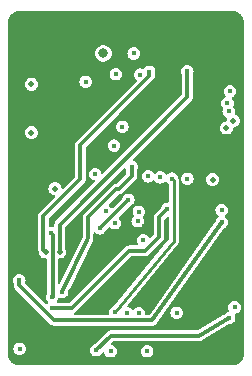
<source format=gbr>
%TF.GenerationSoftware,KiCad,Pcbnew,8.0.0*%
%TF.CreationDate,2024-03-06T14:13:33+03:00*%
%TF.ProjectId,micro17,6d696372-6f31-4372-9e6b-696361645f70,rev?*%
%TF.SameCoordinates,Original*%
%TF.FileFunction,Copper,L3,Inr*%
%TF.FilePolarity,Positive*%
%FSLAX46Y46*%
G04 Gerber Fmt 4.6, Leading zero omitted, Abs format (unit mm)*
G04 Created by KiCad (PCBNEW 8.0.0) date 2024-03-06 14:13:33*
%MOMM*%
%LPD*%
G01*
G04 APERTURE LIST*
%TA.AperFunction,ViaPad*%
%ADD10C,0.500000*%
%TD*%
%TA.AperFunction,ViaPad*%
%ADD11C,0.450000*%
%TD*%
%TA.AperFunction,ViaPad*%
%ADD12C,0.800000*%
%TD*%
%TA.AperFunction,Conductor*%
%ADD13C,0.300000*%
%TD*%
%TA.AperFunction,Conductor*%
%ADD14C,0.250000*%
%TD*%
G04 APERTURE END LIST*
D10*
%TO.N,GND*%
X185000000Y-51000000D03*
X185000000Y-53000000D03*
D11*
X182400000Y-79720108D03*
D10*
X180600000Y-61000000D03*
D11*
X188500000Y-57700000D03*
D10*
X199400000Y-52072500D03*
X181000000Y-51000000D03*
D11*
X192000000Y-57500000D03*
X197300000Y-72000000D03*
D10*
X180600000Y-63000000D03*
D11*
X194000000Y-61500000D03*
D10*
X181000000Y-55000000D03*
D11*
X186500000Y-79300000D03*
D10*
X180750000Y-70000000D03*
D11*
X199700000Y-58800000D03*
X199750000Y-68000000D03*
X192000000Y-59500000D03*
D10*
X199100000Y-79100000D03*
D11*
X191000000Y-71900000D03*
D10*
X185500000Y-55000000D03*
D11*
X182800000Y-65200000D03*
X199500000Y-66300000D03*
X194000000Y-57300000D03*
D10*
X188600000Y-69400000D03*
X181000000Y-74400000D03*
X180600000Y-59000000D03*
D11*
X197800000Y-78400000D03*
D10*
X180700000Y-68500000D03*
D12*
X184900000Y-60700000D03*
D11*
X196200000Y-78800000D03*
X189750000Y-79750000D03*
X189100000Y-64500000D03*
X186100000Y-68400000D03*
X182960000Y-60300000D03*
X187250000Y-79750000D03*
X196000000Y-59500000D03*
X185600000Y-59500000D03*
X196000000Y-61500000D03*
D10*
X198280000Y-53600000D03*
D11*
X190300000Y-55300000D03*
X191507567Y-68206053D03*
D10*
X197800000Y-65900000D03*
D11*
X192000000Y-61500000D03*
D10*
X183960000Y-61000000D03*
D11*
X199500000Y-76250000D03*
X198800000Y-54600000D03*
D10*
X182400000Y-76000000D03*
X183000000Y-73000000D03*
D11*
X199500000Y-65300000D03*
D10*
X181000000Y-53000000D03*
X182400000Y-70400000D03*
X183000000Y-53000000D03*
D11*
X193250000Y-79500000D03*
D10*
X180600000Y-57000000D03*
X197100000Y-72900000D03*
D11*
X194800000Y-65900000D03*
D10*
X183000000Y-51000000D03*
X180600000Y-65000000D03*
X186500000Y-55000000D03*
D11*
X196250000Y-75750000D03*
%TO.N,+3V3*%
X191200000Y-55400000D03*
X198820000Y-56800000D03*
D10*
X182000000Y-56200000D03*
X197350000Y-64290000D03*
D11*
X183650000Y-68800000D03*
D12*
X188100000Y-53600000D03*
D11*
X183750000Y-74250000D03*
%TO.N,VDDA*%
X195200000Y-64200000D03*
X187400000Y-63800000D03*
X191475000Y-69397760D03*
%TO.N,+5V*%
X198100000Y-66850000D03*
X189067678Y-67967678D03*
X194300000Y-75550000D03*
D10*
X182000000Y-60300000D03*
D11*
%TO.N,Net-(U4B-+)*%
X191000000Y-67800000D03*
X188301409Y-66976409D03*
%TO.N,/MCU/~{RST}*%
X190660000Y-53600000D03*
X189700000Y-59800000D03*
%TO.N,Net-(C16-Pad2)*%
X190200000Y-66000000D03*
X187800000Y-68400000D03*
%TO.N,Net-(U5A-P0A)*%
X183740793Y-75177619D03*
X193501316Y-66750000D03*
%TO.N,Net-(U5B-P1A)*%
X180975000Y-72800000D03*
X198100000Y-67900000D03*
%TO.N,Net-(U5C-P2W)*%
X187500000Y-78725002D03*
X198750000Y-76000000D03*
%TO.N,I2C_SDA*%
X191974992Y-55147670D03*
D10*
X183200000Y-70400000D03*
D11*
%TO.N,PTT_OUT*%
X191900000Y-64000000D03*
%TO.N,AUDIO_OUT_MUTE*%
X189079841Y-75520159D03*
X193900000Y-64200000D03*
%TO.N,BASEBAND_IN_FILT*%
X189000000Y-61400000D03*
X191100000Y-67000000D03*
%TO.N,BASEBAND_OUT*%
X190500000Y-63200000D03*
X184600000Y-73800000D03*
%TO.N,I2C_SCL*%
X195200000Y-55100000D03*
D10*
X184400000Y-70400000D03*
D11*
%TO.N,AUDIO_OUT_FILT*%
X181000000Y-78597151D03*
X191800000Y-78800000D03*
%TO.N,BASEBAND_IN*%
X188700000Y-78800000D03*
%TO.N,BASEBAND_OUT_FILT*%
X191099724Y-75575719D03*
%TO.N,AUDIO_IN*%
X199200000Y-75100000D03*
X190101511Y-75575826D03*
%TO.N,PTT_IN*%
X186600000Y-56000000D03*
D10*
%TO.N,MCU_TX*%
X198500000Y-59900000D03*
%TO.N,MCU_RX*%
X199100000Y-59300000D03*
D11*
%TO.N,BASEBAND_BYPASS*%
X192906587Y-64093413D03*
D10*
%TO.N,+5VD*%
X184000000Y-65037501D03*
D11*
%TO.N,Net-(U1-VBAT)*%
X189150000Y-55350000D03*
%TO.N,USB_DP*%
X198600000Y-57800000D03*
%TO.N,USB_DN*%
X198700000Y-58500000D03*
%TD*%
D13*
%TO.N,+3V3*%
X183750000Y-74250000D02*
X183800000Y-74200000D01*
X183800000Y-68950000D02*
X183650000Y-68800000D01*
X183800000Y-74200000D02*
X183800000Y-68950000D01*
%TO.N,Net-(C16-Pad2)*%
X190200000Y-66022182D02*
X190200000Y-66000000D01*
X187822182Y-68400000D02*
X190200000Y-66022182D01*
X187800000Y-68400000D02*
X187822182Y-68400000D01*
%TO.N,Net-(U5A-P0A)*%
X192800000Y-67451316D02*
X193501316Y-66750000D01*
X191650000Y-70300000D02*
X192800000Y-69150000D01*
X190300000Y-70300000D02*
X191650000Y-70300000D01*
X183740793Y-75177619D02*
X185422381Y-75177619D01*
X192800000Y-69150000D02*
X192800000Y-67451316D01*
X185422381Y-75177619D02*
X190300000Y-70300000D01*
%TO.N,Net-(U5B-P1A)*%
X180975000Y-73225000D02*
X183950000Y-76200000D01*
X192250000Y-76200000D02*
X198100000Y-67900000D01*
X180975000Y-72800000D02*
X180975000Y-73225000D01*
X183950000Y-76200000D02*
X192250000Y-76200000D01*
%TO.N,Net-(U5C-P2W)*%
X196200000Y-77500000D02*
X188725002Y-77500000D01*
X198750000Y-76000000D02*
X196200000Y-77500000D01*
X188725002Y-77500000D02*
X187500000Y-78725002D01*
%TO.N,I2C_SDA*%
X186150000Y-64236827D02*
X186150000Y-61350000D01*
X186150000Y-61350000D02*
X191974992Y-55525008D01*
X183000000Y-70200000D02*
X183000000Y-67386827D01*
X183000000Y-67386827D02*
X186150000Y-64236827D01*
X183200000Y-70400000D02*
X183000000Y-70200000D01*
X191974992Y-55525008D02*
X191974992Y-55147670D01*
D14*
%TO.N,AUDIO_OUT_MUTE*%
X194051316Y-64351316D02*
X194051316Y-69500000D01*
X194051316Y-69500000D02*
X189079841Y-75520159D01*
X193900000Y-64200000D02*
X194051316Y-64351316D01*
D13*
%TO.N,BASEBAND_OUT*%
X189425000Y-65075000D02*
X190500000Y-64000000D01*
X186800000Y-69250000D02*
X186800000Y-67477818D01*
X189202818Y-65075000D02*
X189425000Y-65075000D01*
X184600000Y-73800000D02*
X186800000Y-69250000D01*
X190500000Y-64000000D02*
X190500000Y-63200000D01*
X186800000Y-67477818D02*
X189202818Y-65075000D01*
%TO.N,I2C_SCL*%
X184400000Y-70400000D02*
X184400000Y-68100000D01*
X195200000Y-57300000D02*
X195200000Y-55100000D01*
X184400000Y-68100000D02*
X195200000Y-57300000D01*
%TD*%
%TA.AperFunction,Conductor*%
%TO.N,GND*%
G36*
X193566301Y-67428633D02*
G01*
X193613936Y-67476268D01*
X193625816Y-67525753D01*
X193625816Y-69307830D01*
X193604999Y-69371899D01*
X193600862Y-69377236D01*
X188972305Y-74982142D01*
X188929972Y-75013439D01*
X188814821Y-75061136D01*
X188705055Y-75145363D01*
X188705045Y-75145373D01*
X188620817Y-75255140D01*
X188567867Y-75382973D01*
X188567865Y-75382980D01*
X188549806Y-75520156D01*
X188549806Y-75520161D01*
X188563776Y-75626272D01*
X188551500Y-75692510D01*
X188502635Y-75738882D01*
X188455709Y-75749500D01*
X185739646Y-75749500D01*
X185675577Y-75728683D01*
X185635981Y-75674183D01*
X185635981Y-75606817D01*
X185675577Y-75552317D01*
X185685139Y-75546107D01*
X185698995Y-75538108D01*
X190454678Y-70782425D01*
X190514702Y-70751842D01*
X190531753Y-70750500D01*
X191709308Y-70750500D01*
X191709309Y-70750500D01*
X191799673Y-70726286D01*
X191823887Y-70719799D01*
X191926614Y-70660489D01*
X193160490Y-69426614D01*
X193219799Y-69323886D01*
X193226508Y-69298847D01*
X193250500Y-69209309D01*
X193250500Y-67683069D01*
X193271317Y-67619000D01*
X193282425Y-67605994D01*
X193439741Y-67448678D01*
X193499765Y-67418095D01*
X193566301Y-67428633D01*
G37*
%TD.AperFunction*%
%TA.AperFunction,Conductor*%
G36*
X189944140Y-63299476D02*
G01*
X189991775Y-63347111D01*
X189995358Y-63354884D01*
X190041203Y-63465566D01*
X190049500Y-63507278D01*
X190049500Y-63768246D01*
X190028683Y-63832315D01*
X190017575Y-63845321D01*
X189270322Y-64592575D01*
X189210298Y-64623158D01*
X189193247Y-64624500D01*
X189143509Y-64624500D01*
X189053144Y-64648713D01*
X189028931Y-64655200D01*
X188926206Y-64714508D01*
X186439510Y-67201205D01*
X186380202Y-67303927D01*
X186374573Y-67324937D01*
X186349500Y-67418507D01*
X186349500Y-69121833D01*
X186338631Y-69169281D01*
X184457631Y-73059530D01*
X184411000Y-73108148D01*
X184344698Y-73120072D01*
X184284050Y-73090748D01*
X184252221Y-73031376D01*
X184250500Y-73012082D01*
X184250500Y-71059858D01*
X184271317Y-70995789D01*
X184325817Y-70956193D01*
X184373727Y-70951791D01*
X184391855Y-70954177D01*
X184399999Y-70955250D01*
X184400000Y-70955250D01*
X184400003Y-70955250D01*
X184543704Y-70936331D01*
X184543706Y-70936330D01*
X184543709Y-70936330D01*
X184677625Y-70880861D01*
X184792621Y-70792621D01*
X184880861Y-70677625D01*
X184936330Y-70543709D01*
X184938178Y-70529677D01*
X184955250Y-70400002D01*
X184955250Y-70399997D01*
X184936331Y-70256295D01*
X184936329Y-70256288D01*
X184920083Y-70217067D01*
X184880861Y-70122375D01*
X184873023Y-70112160D01*
X184850537Y-70048657D01*
X184850500Y-70045807D01*
X184850500Y-68331752D01*
X184871317Y-68267683D01*
X184882419Y-68254683D01*
X189817582Y-63319519D01*
X189877604Y-63288938D01*
X189944140Y-63299476D01*
G37*
%TD.AperFunction*%
%TA.AperFunction,Conductor*%
G36*
X198975829Y-50000002D02*
G01*
X198976531Y-50000006D01*
X198999418Y-50000146D01*
X199000525Y-50000159D01*
X199024479Y-50000599D01*
X199024500Y-50000600D01*
X199046812Y-50001147D01*
X199051434Y-50001359D01*
X199093355Y-50004191D01*
X199102646Y-50005222D01*
X199144141Y-50011636D01*
X199148714Y-50012444D01*
X199192022Y-50021059D01*
X199197191Y-50022219D01*
X199284397Y-50044063D01*
X199294633Y-50047168D01*
X199376725Y-50076542D01*
X199386585Y-50080626D01*
X199465425Y-50117914D01*
X199474850Y-50122953D01*
X199549641Y-50167781D01*
X199558535Y-50173723D01*
X199628569Y-50225663D01*
X199636825Y-50232439D01*
X199701453Y-50291014D01*
X199708985Y-50298546D01*
X199767558Y-50363171D01*
X199774336Y-50371430D01*
X199826276Y-50441463D01*
X199832217Y-50450355D01*
X199877050Y-50525154D01*
X199882086Y-50534575D01*
X199919370Y-50613407D01*
X199923463Y-50623289D01*
X199952830Y-50705365D01*
X199955936Y-50715602D01*
X199977777Y-50802798D01*
X199978949Y-50808017D01*
X199987549Y-50851252D01*
X199988363Y-50855863D01*
X199994776Y-50897343D01*
X199995808Y-50906648D01*
X199998639Y-50948543D01*
X199998854Y-50953226D01*
X199999388Y-50975054D01*
X199999403Y-50975715D01*
X199999838Y-50999361D01*
X199999854Y-51000697D01*
X199999998Y-51024166D01*
X200000000Y-51024835D01*
X200000000Y-78975164D01*
X199999998Y-78975833D01*
X199999854Y-78999302D01*
X199999838Y-79000638D01*
X199999403Y-79024284D01*
X199999388Y-79024945D01*
X199998854Y-79046773D01*
X199998639Y-79051456D01*
X199995808Y-79093351D01*
X199994776Y-79102656D01*
X199988363Y-79144136D01*
X199987549Y-79148747D01*
X199978949Y-79191982D01*
X199977777Y-79197201D01*
X199955936Y-79284397D01*
X199952830Y-79294634D01*
X199923463Y-79376710D01*
X199919370Y-79386593D01*
X199882089Y-79465417D01*
X199877046Y-79474850D01*
X199832218Y-79549641D01*
X199826276Y-79558535D01*
X199774336Y-79628569D01*
X199767550Y-79636838D01*
X199709001Y-79701437D01*
X199701442Y-79708995D01*
X199636838Y-79767550D01*
X199628569Y-79774336D01*
X199558535Y-79826276D01*
X199549641Y-79832218D01*
X199474850Y-79877046D01*
X199465417Y-79882089D01*
X199386593Y-79919370D01*
X199376710Y-79923463D01*
X199294634Y-79952830D01*
X199284397Y-79955936D01*
X199197201Y-79977777D01*
X199191982Y-79978949D01*
X199148747Y-79987549D01*
X199144136Y-79988363D01*
X199102656Y-79994776D01*
X199093351Y-79995808D01*
X199051456Y-79998639D01*
X199046773Y-79998854D01*
X199024945Y-79999388D01*
X199024284Y-79999403D01*
X199000638Y-79999838D01*
X198999302Y-79999854D01*
X198976596Y-79999993D01*
X198975831Y-79999998D01*
X198975165Y-80000000D01*
X181024835Y-80000000D01*
X181024168Y-79999998D01*
X181023385Y-79999993D01*
X181000697Y-79999854D01*
X180999361Y-79999838D01*
X180975715Y-79999403D01*
X180975054Y-79999388D01*
X180953226Y-79998854D01*
X180948543Y-79998639D01*
X180906648Y-79995808D01*
X180897343Y-79994776D01*
X180855863Y-79988363D01*
X180851252Y-79987549D01*
X180840735Y-79985457D01*
X180808007Y-79978946D01*
X180802798Y-79977777D01*
X180715602Y-79955936D01*
X180705365Y-79952830D01*
X180623289Y-79923463D01*
X180613411Y-79919372D01*
X180534582Y-79882089D01*
X180525149Y-79877047D01*
X180450361Y-79832221D01*
X180441468Y-79826278D01*
X180371431Y-79774336D01*
X180363171Y-79767558D01*
X180298546Y-79708985D01*
X180291014Y-79701453D01*
X180232439Y-79636825D01*
X180225663Y-79628569D01*
X180173723Y-79558535D01*
X180167781Y-79549641D01*
X180122953Y-79474850D01*
X180117914Y-79465425D01*
X180080626Y-79386585D01*
X180076541Y-79376721D01*
X180047168Y-79294630D01*
X180044062Y-79284393D01*
X180037707Y-79259023D01*
X180022219Y-79197191D01*
X180021059Y-79192022D01*
X180012444Y-79148714D01*
X180011636Y-79144136D01*
X180009016Y-79127186D01*
X180005222Y-79102646D01*
X180004191Y-79093355D01*
X180001359Y-79051434D01*
X180001147Y-79046812D01*
X180000600Y-79024487D01*
X180000159Y-79000525D01*
X180000146Y-78999418D01*
X180000002Y-78975828D01*
X180000000Y-78975164D01*
X180000000Y-78597153D01*
X180469965Y-78597153D01*
X180488024Y-78734329D01*
X180488026Y-78734336D01*
X180540974Y-78862165D01*
X180540976Y-78862169D01*
X180598538Y-78937185D01*
X180625209Y-78971942D01*
X180734982Y-79056175D01*
X180798899Y-79082650D01*
X180862814Y-79109124D01*
X180862821Y-79109126D01*
X180999997Y-79127186D01*
X181000000Y-79127186D01*
X181000003Y-79127186D01*
X181137178Y-79109126D01*
X181137180Y-79109125D01*
X181137183Y-79109125D01*
X181265018Y-79056175D01*
X181374791Y-78971942D01*
X181459024Y-78862169D01*
X181511974Y-78734334D01*
X181513203Y-78725004D01*
X186969965Y-78725004D01*
X186988024Y-78862180D01*
X186988026Y-78862187D01*
X187040974Y-78990016D01*
X187040976Y-78990020D01*
X187120265Y-79093351D01*
X187125209Y-79099793D01*
X187125213Y-79099796D01*
X187125214Y-79099797D01*
X187137372Y-79109126D01*
X187234982Y-79184026D01*
X187266766Y-79197191D01*
X187362814Y-79236975D01*
X187362821Y-79236977D01*
X187499997Y-79255037D01*
X187500000Y-79255037D01*
X187500003Y-79255037D01*
X187637178Y-79236977D01*
X187637180Y-79236976D01*
X187637183Y-79236976D01*
X187765018Y-79184026D01*
X187874791Y-79099793D01*
X187959024Y-78990020D01*
X187983791Y-78930225D01*
X188027539Y-78879001D01*
X188093043Y-78863274D01*
X188155281Y-78889052D01*
X188182295Y-78931824D01*
X188185292Y-78930583D01*
X188240974Y-79065014D01*
X188240976Y-79065018D01*
X188267655Y-79099787D01*
X188325209Y-79174791D01*
X188325213Y-79174794D01*
X188325214Y-79174795D01*
X188354401Y-79197191D01*
X188434982Y-79259024D01*
X188496229Y-79284393D01*
X188562814Y-79311973D01*
X188562821Y-79311975D01*
X188699997Y-79330035D01*
X188700000Y-79330035D01*
X188700003Y-79330035D01*
X188837178Y-79311975D01*
X188837180Y-79311974D01*
X188837183Y-79311974D01*
X188965018Y-79259024D01*
X189074791Y-79174791D01*
X189159024Y-79065018D01*
X189211974Y-78937183D01*
X189230035Y-78800002D01*
X191269965Y-78800002D01*
X191288024Y-78937178D01*
X191288026Y-78937185D01*
X191340974Y-79065014D01*
X191340976Y-79065018D01*
X191367655Y-79099787D01*
X191425209Y-79174791D01*
X191425213Y-79174794D01*
X191425214Y-79174795D01*
X191454401Y-79197191D01*
X191534982Y-79259024D01*
X191596229Y-79284393D01*
X191662814Y-79311973D01*
X191662821Y-79311975D01*
X191799997Y-79330035D01*
X191800000Y-79330035D01*
X191800003Y-79330035D01*
X191937178Y-79311975D01*
X191937180Y-79311974D01*
X191937183Y-79311974D01*
X192065018Y-79259024D01*
X192174791Y-79174791D01*
X192259024Y-79065018D01*
X192311974Y-78937183D01*
X192330035Y-78800000D01*
X192321389Y-78734329D01*
X192311975Y-78662821D01*
X192311973Y-78662814D01*
X192259023Y-78534981D01*
X192174795Y-78425214D01*
X192174794Y-78425213D01*
X192174791Y-78425209D01*
X192174786Y-78425205D01*
X192174785Y-78425204D01*
X192065018Y-78340976D01*
X192065014Y-78340974D01*
X191937185Y-78288026D01*
X191937178Y-78288024D01*
X191800003Y-78269965D01*
X191799997Y-78269965D01*
X191662821Y-78288024D01*
X191662814Y-78288026D01*
X191534981Y-78340976D01*
X191425214Y-78425204D01*
X191425204Y-78425214D01*
X191340976Y-78534981D01*
X191288026Y-78662814D01*
X191288024Y-78662821D01*
X191269965Y-78799997D01*
X191269965Y-78800002D01*
X189230035Y-78800002D01*
X189230035Y-78800000D01*
X189221389Y-78734329D01*
X189211975Y-78662821D01*
X189211973Y-78662814D01*
X189159023Y-78534981D01*
X189074795Y-78425214D01*
X189074794Y-78425213D01*
X189074791Y-78425209D01*
X189074786Y-78425205D01*
X189074785Y-78425204D01*
X188965018Y-78340976D01*
X188965014Y-78340974D01*
X188837185Y-78288026D01*
X188837177Y-78288024D01*
X188823827Y-78286267D01*
X188763023Y-78257266D01*
X188730879Y-78198064D01*
X188739672Y-78131274D01*
X188760980Y-78101125D01*
X188879681Y-77982425D01*
X188939704Y-77951842D01*
X188956755Y-77950500D01*
X196133878Y-77950500D01*
X196141799Y-77950986D01*
X196144350Y-77950965D01*
X196144353Y-77950966D01*
X196201258Y-77950503D01*
X196202143Y-77950500D01*
X196259412Y-77950500D01*
X196260748Y-77950313D01*
X196261633Y-77950193D01*
X196262874Y-77950029D01*
X196262968Y-77950003D01*
X196318073Y-77934755D01*
X196318541Y-77934627D01*
X196373886Y-77919799D01*
X196373892Y-77919795D01*
X196373987Y-77919770D01*
X196375144Y-77919281D01*
X196375948Y-77918944D01*
X196377199Y-77918425D01*
X196377286Y-77918373D01*
X196377292Y-77918372D01*
X196426722Y-77889294D01*
X196427101Y-77889074D01*
X196476613Y-77860489D01*
X196476612Y-77860489D01*
X196478827Y-77859211D01*
X196485408Y-77854773D01*
X198714768Y-76543385D01*
X198755798Y-76529271D01*
X198887183Y-76511974D01*
X199015018Y-76459024D01*
X199124791Y-76374791D01*
X199209024Y-76265018D01*
X199261974Y-76137183D01*
X199280035Y-76000000D01*
X199270134Y-75924795D01*
X199261975Y-75862821D01*
X199261974Y-75862817D01*
X199242175Y-75815018D01*
X199221693Y-75765570D01*
X199216409Y-75698416D01*
X199251607Y-75640977D01*
X199308167Y-75615794D01*
X199337183Y-75611974D01*
X199465018Y-75559024D01*
X199574791Y-75474791D01*
X199659024Y-75365018D01*
X199711974Y-75237183D01*
X199716733Y-75201040D01*
X199730035Y-75100002D01*
X199730035Y-75099997D01*
X199711975Y-74962821D01*
X199711973Y-74962814D01*
X199661933Y-74842007D01*
X199659024Y-74834983D01*
X199659023Y-74834982D01*
X199659023Y-74834981D01*
X199574795Y-74725214D01*
X199574794Y-74725213D01*
X199574791Y-74725209D01*
X199574786Y-74725205D01*
X199574785Y-74725204D01*
X199465018Y-74640976D01*
X199465014Y-74640974D01*
X199337185Y-74588026D01*
X199337178Y-74588024D01*
X199200003Y-74569965D01*
X199199997Y-74569965D01*
X199062821Y-74588024D01*
X199062814Y-74588026D01*
X198934981Y-74640976D01*
X198825214Y-74725204D01*
X198825204Y-74725214D01*
X198740976Y-74834981D01*
X198688026Y-74962814D01*
X198688024Y-74962821D01*
X198669965Y-75099997D01*
X198669965Y-75100002D01*
X198688024Y-75237178D01*
X198688026Y-75237185D01*
X198728304Y-75334426D01*
X198733589Y-75401585D01*
X198698390Y-75459023D01*
X198641831Y-75484205D01*
X198612821Y-75488025D01*
X198612814Y-75488026D01*
X198484981Y-75540976D01*
X198375214Y-75625204D01*
X198375204Y-75625214D01*
X198286627Y-75740650D01*
X198284590Y-75739086D01*
X198255397Y-75768280D01*
X196102907Y-77034451D01*
X196047642Y-77049500D01*
X188665689Y-77049500D01*
X188551119Y-77080199D01*
X188551116Y-77080201D01*
X188507698Y-77105268D01*
X188507696Y-77105268D01*
X188448389Y-77139510D01*
X187398723Y-78189174D01*
X187363361Y-78212802D01*
X187234980Y-78265979D01*
X187125214Y-78350206D01*
X187125204Y-78350216D01*
X187040976Y-78459983D01*
X186988026Y-78587816D01*
X186988024Y-78587823D01*
X186969965Y-78724999D01*
X186969965Y-78725004D01*
X181513203Y-78725004D01*
X181530035Y-78597153D01*
X181530035Y-78597148D01*
X181511975Y-78459972D01*
X181511973Y-78459965D01*
X181466512Y-78350211D01*
X181459024Y-78332134D01*
X181459023Y-78332133D01*
X181459023Y-78332132D01*
X181374795Y-78222365D01*
X181374794Y-78222364D01*
X181374791Y-78222360D01*
X181374786Y-78222356D01*
X181374785Y-78222355D01*
X181265018Y-78138127D01*
X181265014Y-78138125D01*
X181137185Y-78085177D01*
X181137178Y-78085175D01*
X181000003Y-78067116D01*
X180999997Y-78067116D01*
X180862821Y-78085175D01*
X180862814Y-78085177D01*
X180734981Y-78138127D01*
X180625214Y-78222355D01*
X180625204Y-78222365D01*
X180540976Y-78332132D01*
X180488026Y-78459965D01*
X180488024Y-78459972D01*
X180469965Y-78597148D01*
X180469965Y-78597153D01*
X180000000Y-78597153D01*
X180000000Y-72800002D01*
X180444965Y-72800002D01*
X180463024Y-72937178D01*
X180463026Y-72937185D01*
X180516203Y-73065566D01*
X180524500Y-73107278D01*
X180524500Y-73284310D01*
X180539684Y-73340975D01*
X180539684Y-73340976D01*
X180555201Y-73398887D01*
X180555200Y-73398887D01*
X180606563Y-73487848D01*
X180614511Y-73501614D01*
X183673386Y-76560489D01*
X183732696Y-76594731D01*
X183754405Y-76607265D01*
X183776113Y-76619799D01*
X183890687Y-76650499D01*
X183890691Y-76650500D01*
X192224719Y-76650500D01*
X192234555Y-76650945D01*
X192268417Y-76654013D01*
X192268417Y-76654012D01*
X192268418Y-76654013D01*
X192275539Y-76652779D01*
X192279479Y-76652098D01*
X192298075Y-76650500D01*
X192309308Y-76650500D01*
X192309309Y-76650500D01*
X192342190Y-76641688D01*
X192351771Y-76639580D01*
X192385298Y-76633776D01*
X192395490Y-76629061D01*
X192413030Y-76622707D01*
X192423886Y-76619799D01*
X192453366Y-76602776D01*
X192462062Y-76598267D01*
X192492958Y-76583978D01*
X192501583Y-76576784D01*
X192516888Y-76566102D01*
X192526613Y-76560489D01*
X192550671Y-76536430D01*
X192557917Y-76529810D01*
X192584060Y-76508012D01*
X192590529Y-76498832D01*
X192602549Y-76484552D01*
X192610489Y-76476613D01*
X192627509Y-76447131D01*
X192632787Y-76438876D01*
X193259282Y-75550002D01*
X193769965Y-75550002D01*
X193788024Y-75687178D01*
X193788026Y-75687185D01*
X193840974Y-75815014D01*
X193840976Y-75815018D01*
X193925209Y-75924791D01*
X194034982Y-76009024D01*
X194098899Y-76035499D01*
X194162814Y-76061973D01*
X194162821Y-76061975D01*
X194299997Y-76080035D01*
X194300000Y-76080035D01*
X194300003Y-76080035D01*
X194437178Y-76061975D01*
X194437180Y-76061974D01*
X194437183Y-76061974D01*
X194565018Y-76009024D01*
X194674791Y-75924791D01*
X194759024Y-75815018D01*
X194811974Y-75687183D01*
X194818058Y-75640977D01*
X194830035Y-75550002D01*
X194830035Y-75549997D01*
X194811975Y-75412821D01*
X194811973Y-75412814D01*
X194759023Y-75284981D01*
X194674795Y-75175214D01*
X194674794Y-75175213D01*
X194674791Y-75175209D01*
X194674786Y-75175205D01*
X194674785Y-75175204D01*
X194565018Y-75090976D01*
X194565014Y-75090974D01*
X194437185Y-75038026D01*
X194437178Y-75038024D01*
X194300003Y-75019965D01*
X194299997Y-75019965D01*
X194162821Y-75038024D01*
X194162814Y-75038026D01*
X194034981Y-75090976D01*
X193925214Y-75175204D01*
X193925204Y-75175214D01*
X193840976Y-75284981D01*
X193788026Y-75412814D01*
X193788024Y-75412821D01*
X193769965Y-75549997D01*
X193769965Y-75550002D01*
X193259282Y-75550002D01*
X198294007Y-68406717D01*
X198341391Y-68368810D01*
X198365016Y-68359025D01*
X198365016Y-68359024D01*
X198365018Y-68359024D01*
X198474791Y-68274791D01*
X198559024Y-68165018D01*
X198611974Y-68037183D01*
X198613551Y-68025209D01*
X198630035Y-67900002D01*
X198630035Y-67899997D01*
X198611975Y-67762821D01*
X198611973Y-67762814D01*
X198559023Y-67634981D01*
X198474795Y-67525214D01*
X198474794Y-67525213D01*
X198474791Y-67525209D01*
X198474786Y-67525205D01*
X198474785Y-67525204D01*
X198391732Y-67461475D01*
X198353576Y-67405957D01*
X198355339Y-67338615D01*
X198391732Y-67288525D01*
X198474791Y-67224791D01*
X198559024Y-67115018D01*
X198611974Y-66987183D01*
X198630035Y-66850000D01*
X198622330Y-66791474D01*
X198611975Y-66712821D01*
X198611973Y-66712814D01*
X198565914Y-66601618D01*
X198559024Y-66584983D01*
X198559023Y-66584982D01*
X198559023Y-66584981D01*
X198474795Y-66475214D01*
X198474794Y-66475213D01*
X198474791Y-66475209D01*
X198474786Y-66475205D01*
X198474785Y-66475204D01*
X198365018Y-66390976D01*
X198365014Y-66390974D01*
X198237185Y-66338026D01*
X198237178Y-66338024D01*
X198100003Y-66319965D01*
X198099997Y-66319965D01*
X197962821Y-66338024D01*
X197962814Y-66338026D01*
X197834981Y-66390976D01*
X197725214Y-66475204D01*
X197725204Y-66475214D01*
X197640976Y-66584981D01*
X197588026Y-66712814D01*
X197588024Y-66712821D01*
X197569965Y-66849997D01*
X197569965Y-66850002D01*
X197588024Y-66987178D01*
X197588026Y-66987185D01*
X197640974Y-67115014D01*
X197640976Y-67115018D01*
X197716116Y-67212942D01*
X197725209Y-67224791D01*
X197808267Y-67288525D01*
X197846423Y-67344041D01*
X197844660Y-67411384D01*
X197808268Y-67461474D01*
X197725211Y-67525207D01*
X197725204Y-67525214D01*
X197640976Y-67634981D01*
X197588026Y-67762814D01*
X197588024Y-67762821D01*
X197578319Y-67836534D01*
X197559346Y-67885100D01*
X192048934Y-75703295D01*
X191995009Y-75743671D01*
X191959840Y-75749500D01*
X191731171Y-75749500D01*
X191667102Y-75728683D01*
X191627506Y-75674183D01*
X191623103Y-75626273D01*
X191623103Y-75626272D01*
X191629759Y-75575719D01*
X191616471Y-75474791D01*
X191611699Y-75438540D01*
X191611697Y-75438533D01*
X191558747Y-75310700D01*
X191474519Y-75200933D01*
X191474518Y-75200932D01*
X191474515Y-75200928D01*
X191474510Y-75200924D01*
X191474509Y-75200923D01*
X191364742Y-75116695D01*
X191364738Y-75116693D01*
X191236909Y-75063745D01*
X191236902Y-75063743D01*
X191099727Y-75045684D01*
X191099721Y-75045684D01*
X190962545Y-75063743D01*
X190962538Y-75063745D01*
X190834705Y-75116695D01*
X190724938Y-75200923D01*
X190724931Y-75200930D01*
X190687051Y-75250296D01*
X190631532Y-75288452D01*
X190564190Y-75286687D01*
X190514101Y-75250295D01*
X190476306Y-75201040D01*
X190476305Y-75201039D01*
X190476302Y-75201035D01*
X190476297Y-75201031D01*
X190476296Y-75201030D01*
X190366529Y-75116802D01*
X190366525Y-75116800D01*
X190238696Y-75063852D01*
X190238691Y-75063851D01*
X190226220Y-75062209D01*
X190165418Y-75033205D01*
X190133276Y-74974001D01*
X190142072Y-74907212D01*
X190156401Y-74884742D01*
X194363217Y-69790540D01*
X194370159Y-69782903D01*
X194391801Y-69761263D01*
X194397482Y-69751420D01*
X194407839Y-69736507D01*
X194408994Y-69735107D01*
X194415076Y-69727744D01*
X194427783Y-69699925D01*
X194432530Y-69690717D01*
X194447819Y-69664237D01*
X194450762Y-69653250D01*
X194456898Y-69636184D01*
X194461626Y-69625836D01*
X194466703Y-69595650D01*
X194468899Y-69585560D01*
X194476816Y-69556018D01*
X194476816Y-69544648D01*
X194478327Y-69526561D01*
X194480213Y-69515351D01*
X194477309Y-69484916D01*
X194476816Y-69474562D01*
X194476816Y-64375257D01*
X194497633Y-64311188D01*
X194527097Y-64289781D01*
X194514448Y-64288116D01*
X194499775Y-64274192D01*
X194623078Y-64274192D01*
X194673999Y-64311188D01*
X194686519Y-64333545D01*
X194740974Y-64465014D01*
X194740976Y-64465018D01*
X194808056Y-64552438D01*
X194825209Y-64574791D01*
X194934982Y-64659024D01*
X194973031Y-64674784D01*
X195062814Y-64711973D01*
X195062821Y-64711975D01*
X195199997Y-64730035D01*
X195200000Y-64730035D01*
X195200003Y-64730035D01*
X195337178Y-64711975D01*
X195337180Y-64711974D01*
X195337183Y-64711974D01*
X195465018Y-64659024D01*
X195574791Y-64574791D01*
X195659024Y-64465018D01*
X195711974Y-64337183D01*
X195715397Y-64311188D01*
X195718186Y-64290002D01*
X196794750Y-64290002D01*
X196813668Y-64433704D01*
X196813670Y-64433711D01*
X196869139Y-64567626D01*
X196939272Y-64659024D01*
X196957379Y-64682621D01*
X196957383Y-64682624D01*
X196957384Y-64682625D01*
X197072373Y-64770860D01*
X197206288Y-64826329D01*
X197206295Y-64826331D01*
X197349997Y-64845250D01*
X197350000Y-64845250D01*
X197350003Y-64845250D01*
X197493704Y-64826331D01*
X197493706Y-64826330D01*
X197493709Y-64826330D01*
X197627625Y-64770861D01*
X197742621Y-64682621D01*
X197830861Y-64567625D01*
X197886330Y-64433709D01*
X197889358Y-64410714D01*
X197905250Y-64290002D01*
X197905250Y-64289997D01*
X197886331Y-64146295D01*
X197886329Y-64146288D01*
X197830860Y-64012373D01*
X197742625Y-63897384D01*
X197742624Y-63897383D01*
X197742621Y-63897379D01*
X197742616Y-63897375D01*
X197742615Y-63897374D01*
X197627626Y-63809139D01*
X197493711Y-63753670D01*
X197493704Y-63753668D01*
X197350003Y-63734750D01*
X197349997Y-63734750D01*
X197206295Y-63753668D01*
X197206288Y-63753670D01*
X197072373Y-63809139D01*
X196957384Y-63897374D01*
X196957374Y-63897384D01*
X196869139Y-64012373D01*
X196813670Y-64146288D01*
X196813668Y-64146295D01*
X196794750Y-64289997D01*
X196794750Y-64290002D01*
X195718186Y-64290002D01*
X195730035Y-64200002D01*
X195730035Y-64199997D01*
X195711975Y-64062821D01*
X195711973Y-64062814D01*
X195678155Y-63981170D01*
X195659024Y-63934983D01*
X195659023Y-63934982D01*
X195659023Y-63934981D01*
X195574795Y-63825214D01*
X195574794Y-63825213D01*
X195574791Y-63825209D01*
X195574786Y-63825205D01*
X195574785Y-63825204D01*
X195465018Y-63740976D01*
X195465014Y-63740974D01*
X195337185Y-63688026D01*
X195337178Y-63688024D01*
X195200003Y-63669965D01*
X195199997Y-63669965D01*
X195062821Y-63688024D01*
X195062814Y-63688026D01*
X194934981Y-63740976D01*
X194825214Y-63825204D01*
X194825204Y-63825214D01*
X194740976Y-63934981D01*
X194688026Y-64062814D01*
X194688024Y-64062822D01*
X194669442Y-64203963D01*
X194640440Y-64264766D01*
X194623078Y-64274192D01*
X194499775Y-64274192D01*
X194465583Y-64241744D01*
X194456091Y-64217952D01*
X194447819Y-64187079D01*
X194433417Y-64162134D01*
X194419748Y-64121868D01*
X194411974Y-64062817D01*
X194410521Y-64059310D01*
X194378155Y-63981170D01*
X194359024Y-63934983D01*
X194359023Y-63934982D01*
X194359023Y-63934981D01*
X194274795Y-63825214D01*
X194274794Y-63825213D01*
X194274791Y-63825209D01*
X194274786Y-63825205D01*
X194274785Y-63825204D01*
X194165018Y-63740976D01*
X194165014Y-63740974D01*
X194037185Y-63688026D01*
X194037178Y-63688024D01*
X193900003Y-63669965D01*
X193899997Y-63669965D01*
X193762821Y-63688024D01*
X193762814Y-63688026D01*
X193634981Y-63740976D01*
X193525207Y-63825209D01*
X193521402Y-63829015D01*
X193461377Y-63859595D01*
X193394842Y-63849053D01*
X193357857Y-63818291D01*
X193350834Y-63809139D01*
X193281378Y-63718622D01*
X193281373Y-63718618D01*
X193281372Y-63718617D01*
X193171605Y-63634389D01*
X193171601Y-63634387D01*
X193043772Y-63581439D01*
X193043765Y-63581437D01*
X192906590Y-63563378D01*
X192906584Y-63563378D01*
X192769408Y-63581437D01*
X192769401Y-63581439D01*
X192641568Y-63634389D01*
X192531801Y-63718617D01*
X192531791Y-63718627D01*
X192525606Y-63726688D01*
X192470087Y-63764843D01*
X192402744Y-63763077D01*
X192352658Y-63726686D01*
X192281835Y-63634389D01*
X192274791Y-63625209D01*
X192274786Y-63625205D01*
X192274785Y-63625204D01*
X192165018Y-63540976D01*
X192165014Y-63540974D01*
X192037185Y-63488026D01*
X192037178Y-63488024D01*
X191900003Y-63469965D01*
X191899997Y-63469965D01*
X191762821Y-63488024D01*
X191762814Y-63488026D01*
X191634981Y-63540976D01*
X191525214Y-63625204D01*
X191525204Y-63625214D01*
X191440976Y-63734981D01*
X191388026Y-63862814D01*
X191388024Y-63862821D01*
X191369965Y-63999997D01*
X191369965Y-64000002D01*
X191388024Y-64137178D01*
X191388026Y-64137185D01*
X191440974Y-64265014D01*
X191440976Y-64265018D01*
X191517110Y-64364237D01*
X191525209Y-64374791D01*
X191634982Y-64459024D01*
X191691058Y-64482251D01*
X191762814Y-64511973D01*
X191762821Y-64511975D01*
X191899997Y-64530035D01*
X191900000Y-64530035D01*
X191900003Y-64530035D01*
X192037178Y-64511975D01*
X192037180Y-64511974D01*
X192037183Y-64511974D01*
X192165018Y-64459024D01*
X192274791Y-64374791D01*
X192280979Y-64366727D01*
X192336497Y-64328571D01*
X192403839Y-64330334D01*
X192453929Y-64366727D01*
X192528881Y-64464406D01*
X192531796Y-64468204D01*
X192641569Y-64552437D01*
X192678237Y-64567625D01*
X192769401Y-64605386D01*
X192769408Y-64605388D01*
X192906584Y-64623448D01*
X192906587Y-64623448D01*
X192906590Y-64623448D01*
X193043765Y-64605388D01*
X193043767Y-64605387D01*
X193043770Y-64605387D01*
X193171605Y-64552437D01*
X193281378Y-64468204D01*
X193281384Y-64468195D01*
X193285175Y-64464406D01*
X193345197Y-64433819D01*
X193411733Y-64444353D01*
X193448727Y-64475119D01*
X193525209Y-64574791D01*
X193583172Y-64619268D01*
X193621327Y-64674784D01*
X193625816Y-64705742D01*
X193625816Y-66112065D01*
X193604999Y-66176134D01*
X193550499Y-66215730D01*
X193508460Y-66219593D01*
X193508460Y-66219965D01*
X193504418Y-66219965D01*
X193502591Y-66220132D01*
X193501316Y-66219965D01*
X193501314Y-66219965D01*
X193501313Y-66219965D01*
X193364137Y-66238024D01*
X193364130Y-66238026D01*
X193236297Y-66290976D01*
X193126530Y-66375204D01*
X193126520Y-66375214D01*
X193042292Y-66484981D01*
X192989117Y-66613359D01*
X192965489Y-66648721D01*
X192439513Y-67174699D01*
X192439511Y-67174702D01*
X192380201Y-67277426D01*
X192380202Y-67277426D01*
X192380201Y-67277427D01*
X192380201Y-67277429D01*
X192380201Y-67277430D01*
X192377228Y-67288525D01*
X192349500Y-67392005D01*
X192349500Y-68918246D01*
X192328683Y-68982315D01*
X192317574Y-68995321D01*
X192121463Y-69191431D01*
X192061440Y-69222014D01*
X191994904Y-69211476D01*
X191947269Y-69163841D01*
X191943686Y-69156069D01*
X191939847Y-69146802D01*
X191934024Y-69132743D01*
X191925652Y-69121833D01*
X191849795Y-69022974D01*
X191849794Y-69022973D01*
X191849791Y-69022969D01*
X191849786Y-69022965D01*
X191849785Y-69022964D01*
X191740018Y-68938736D01*
X191740014Y-68938734D01*
X191612185Y-68885786D01*
X191612178Y-68885784D01*
X191475003Y-68867725D01*
X191474997Y-68867725D01*
X191337821Y-68885784D01*
X191337814Y-68885786D01*
X191209981Y-68938736D01*
X191100214Y-69022964D01*
X191100204Y-69022974D01*
X191015976Y-69132741D01*
X190963026Y-69260574D01*
X190963024Y-69260581D01*
X190944965Y-69397757D01*
X190944965Y-69397762D01*
X190963024Y-69534938D01*
X190963026Y-69534945D01*
X191015974Y-69662774D01*
X191015974Y-69662775D01*
X191015975Y-69662777D01*
X191015976Y-69662778D01*
X191024699Y-69674145D01*
X191047187Y-69737644D01*
X191028055Y-69802236D01*
X190974611Y-69843247D01*
X190938224Y-69849500D01*
X190240691Y-69849500D01*
X190150326Y-69873713D01*
X190126114Y-69880200D01*
X190126112Y-69880201D01*
X190023387Y-69939510D01*
X185267703Y-74695194D01*
X185207679Y-74725777D01*
X185190628Y-74727119D01*
X184267302Y-74727119D01*
X184203233Y-74706302D01*
X184163637Y-74651802D01*
X184163637Y-74584436D01*
X184180824Y-74551767D01*
X184209024Y-74515018D01*
X184261974Y-74387183D01*
X184263207Y-74377812D01*
X184292206Y-74317009D01*
X184351407Y-74284863D01*
X184412987Y-74291334D01*
X184462814Y-74311973D01*
X184462821Y-74311975D01*
X184599997Y-74330035D01*
X184600000Y-74330035D01*
X184600003Y-74330035D01*
X184737178Y-74311975D01*
X184737180Y-74311974D01*
X184737183Y-74311974D01*
X184865018Y-74259024D01*
X184974791Y-74174791D01*
X185059024Y-74065018D01*
X185111974Y-73937183D01*
X185115723Y-73908713D01*
X185130035Y-73800002D01*
X185130035Y-73799998D01*
X185127948Y-73784148D01*
X185137884Y-73722471D01*
X185322343Y-73340976D01*
X187196676Y-69464514D01*
X187200379Y-69457519D01*
X187219799Y-69423886D01*
X187221452Y-69417715D01*
X187228607Y-69398474D01*
X187231396Y-69392709D01*
X187238676Y-69354556D01*
X187240451Y-69346807D01*
X187250500Y-69309309D01*
X187250500Y-69302912D01*
X187252432Y-69282479D01*
X187253632Y-69276192D01*
X187252486Y-69260577D01*
X187250792Y-69237480D01*
X187250500Y-69229504D01*
X187250500Y-68861761D01*
X187271317Y-68797692D01*
X187325817Y-68758096D01*
X187393183Y-68758096D01*
X187425849Y-68775282D01*
X187534982Y-68859024D01*
X187598899Y-68885499D01*
X187662814Y-68911973D01*
X187662821Y-68911975D01*
X187799997Y-68930035D01*
X187800000Y-68930035D01*
X187800003Y-68930035D01*
X187937178Y-68911975D01*
X187937180Y-68911974D01*
X187937183Y-68911974D01*
X188065018Y-68859024D01*
X188174791Y-68774791D01*
X188259024Y-68665018D01*
X188296516Y-68574500D01*
X188320138Y-68539145D01*
X188528556Y-68330727D01*
X188588578Y-68300146D01*
X188655114Y-68310684D01*
X188687569Y-68337677D01*
X188687832Y-68337415D01*
X188690696Y-68340278D01*
X188692106Y-68341452D01*
X188692887Y-68342469D01*
X188802660Y-68426702D01*
X188866577Y-68453177D01*
X188930492Y-68479651D01*
X188930499Y-68479653D01*
X189067675Y-68497713D01*
X189067678Y-68497713D01*
X189067681Y-68497713D01*
X189204856Y-68479653D01*
X189204858Y-68479652D01*
X189204861Y-68479652D01*
X189332696Y-68426702D01*
X189442469Y-68342469D01*
X189526702Y-68232696D01*
X189579652Y-68104861D01*
X189587244Y-68047201D01*
X189597713Y-67967680D01*
X189597713Y-67967675D01*
X189579653Y-67830499D01*
X189579651Y-67830492D01*
X189567022Y-67800002D01*
X190469965Y-67800002D01*
X190488024Y-67937178D01*
X190488026Y-67937185D01*
X190540974Y-68065014D01*
X190540976Y-68065018D01*
X190623020Y-68171939D01*
X190625209Y-68174791D01*
X190734982Y-68259024D01*
X190773033Y-68274785D01*
X190862814Y-68311973D01*
X190862821Y-68311975D01*
X190999997Y-68330035D01*
X191000000Y-68330035D01*
X191000003Y-68330035D01*
X191137178Y-68311975D01*
X191137180Y-68311974D01*
X191137183Y-68311974D01*
X191265018Y-68259024D01*
X191374791Y-68174791D01*
X191459024Y-68065018D01*
X191511974Y-67937183D01*
X191513432Y-67926113D01*
X191530035Y-67800002D01*
X191530035Y-67799997D01*
X191511975Y-67662821D01*
X191511973Y-67662814D01*
X191459023Y-67534981D01*
X191453856Y-67528247D01*
X191431367Y-67464746D01*
X191450499Y-67400154D01*
X191469758Y-67379861D01*
X191469739Y-67379842D01*
X191470481Y-67379099D01*
X191473980Y-67375413D01*
X191474791Y-67374791D01*
X191559024Y-67265018D01*
X191611974Y-67137183D01*
X191630035Y-67000000D01*
X191611974Y-66862817D01*
X191559024Y-66734983D01*
X191559023Y-66734982D01*
X191559023Y-66734981D01*
X191474795Y-66625214D01*
X191474794Y-66625213D01*
X191474791Y-66625209D01*
X191474786Y-66625205D01*
X191474785Y-66625204D01*
X191365018Y-66540976D01*
X191365014Y-66540974D01*
X191237185Y-66488026D01*
X191237178Y-66488024D01*
X191100003Y-66469965D01*
X191099997Y-66469965D01*
X190962821Y-66488024D01*
X190962814Y-66488026D01*
X190834981Y-66540976D01*
X190725214Y-66625204D01*
X190725204Y-66625214D01*
X190640976Y-66734981D01*
X190588026Y-66862814D01*
X190588024Y-66862821D01*
X190569965Y-66999997D01*
X190569965Y-67000002D01*
X190588024Y-67137178D01*
X190588026Y-67137185D01*
X190640976Y-67265019D01*
X190646144Y-67271754D01*
X190668631Y-67335256D01*
X190649497Y-67399847D01*
X190630242Y-67420139D01*
X190630261Y-67420158D01*
X190629557Y-67420861D01*
X190626033Y-67424576D01*
X190625215Y-67425203D01*
X190625204Y-67425214D01*
X190540976Y-67534981D01*
X190488026Y-67662814D01*
X190488024Y-67662821D01*
X190469965Y-67799997D01*
X190469965Y-67800002D01*
X189567022Y-67800002D01*
X189526701Y-67702659D01*
X189442471Y-67592889D01*
X189442469Y-67592888D01*
X189442469Y-67592887D01*
X189441452Y-67592107D01*
X189440931Y-67591348D01*
X189437415Y-67587832D01*
X189438066Y-67587180D01*
X189403295Y-67536593D01*
X189405054Y-67469250D01*
X189430727Y-67428556D01*
X190339145Y-66520138D01*
X190374500Y-66496516D01*
X190465018Y-66459024D01*
X190574791Y-66374791D01*
X190659024Y-66265018D01*
X190711974Y-66137183D01*
X190730035Y-66000000D01*
X190730035Y-65999997D01*
X190711975Y-65862821D01*
X190711973Y-65862814D01*
X190659023Y-65734981D01*
X190574795Y-65625214D01*
X190574794Y-65625213D01*
X190574791Y-65625209D01*
X190574786Y-65625205D01*
X190574785Y-65625204D01*
X190465018Y-65540976D01*
X190465014Y-65540974D01*
X190337185Y-65488026D01*
X190337178Y-65488024D01*
X190200003Y-65469965D01*
X190199997Y-65469965D01*
X190062821Y-65488024D01*
X190062814Y-65488026D01*
X189934981Y-65540976D01*
X189825214Y-65625204D01*
X189825204Y-65625214D01*
X189740976Y-65734981D01*
X189688026Y-65862814D01*
X189688025Y-65862819D01*
X189687664Y-65865564D01*
X189686810Y-65867352D01*
X189686177Y-65869718D01*
X189685738Y-65869600D01*
X189658658Y-65926366D01*
X189656672Y-65928405D01*
X188897491Y-66687586D01*
X188837467Y-66718169D01*
X188770931Y-66707631D01*
X188733941Y-66676867D01*
X188724469Y-66664523D01*
X188676200Y-66601618D01*
X188569469Y-66519719D01*
X188531313Y-66464201D01*
X188533077Y-66396858D01*
X188558751Y-66356169D01*
X189357498Y-65557425D01*
X189417521Y-65526842D01*
X189434572Y-65525500D01*
X189484308Y-65525500D01*
X189484309Y-65525500D01*
X189574673Y-65501286D01*
X189598887Y-65494799D01*
X189701614Y-65435489D01*
X190860490Y-64276614D01*
X190919799Y-64173886D01*
X190923044Y-64161774D01*
X190950500Y-64059309D01*
X190950500Y-63507278D01*
X190958797Y-63465566D01*
X191011973Y-63337185D01*
X191011975Y-63337178D01*
X191030035Y-63200002D01*
X191030035Y-63199997D01*
X191011975Y-63062821D01*
X191011973Y-63062814D01*
X190959023Y-62934981D01*
X190874795Y-62825214D01*
X190874794Y-62825213D01*
X190874791Y-62825209D01*
X190874786Y-62825205D01*
X190874785Y-62825204D01*
X190765018Y-62740976D01*
X190765014Y-62740974D01*
X190654884Y-62695358D01*
X190603659Y-62651608D01*
X190587932Y-62586104D01*
X190613711Y-62523866D01*
X190619508Y-62517593D01*
X193237100Y-59900002D01*
X197944750Y-59900002D01*
X197963668Y-60043704D01*
X197963670Y-60043711D01*
X198019139Y-60177626D01*
X198107374Y-60292615D01*
X198107379Y-60292621D01*
X198107383Y-60292624D01*
X198107384Y-60292625D01*
X198222373Y-60380860D01*
X198356288Y-60436329D01*
X198356295Y-60436331D01*
X198499997Y-60455250D01*
X198500000Y-60455250D01*
X198500003Y-60455250D01*
X198643704Y-60436331D01*
X198643706Y-60436330D01*
X198643709Y-60436330D01*
X198777625Y-60380861D01*
X198892621Y-60292621D01*
X198980861Y-60177625D01*
X199036330Y-60043709D01*
X199049539Y-59943376D01*
X199078540Y-59882576D01*
X199137742Y-59850431D01*
X199143343Y-59849543D01*
X199243709Y-59836330D01*
X199377625Y-59780861D01*
X199492621Y-59692621D01*
X199580861Y-59577625D01*
X199636330Y-59443709D01*
X199638767Y-59425204D01*
X199655250Y-59300002D01*
X199655250Y-59299997D01*
X199636331Y-59156295D01*
X199636329Y-59156288D01*
X199580860Y-59022373D01*
X199492625Y-58907384D01*
X199492624Y-58907383D01*
X199492621Y-58907379D01*
X199492616Y-58907375D01*
X199492615Y-58907374D01*
X199377627Y-58819140D01*
X199272604Y-58775638D01*
X199221379Y-58731887D01*
X199205653Y-58666383D01*
X199210955Y-58644305D01*
X199210125Y-58644083D01*
X199211975Y-58637178D01*
X199230035Y-58500002D01*
X199230035Y-58499997D01*
X199211975Y-58362821D01*
X199211973Y-58362814D01*
X199159024Y-58234983D01*
X199135796Y-58204712D01*
X199086669Y-58140689D01*
X199064182Y-58077189D01*
X199072442Y-58032623D01*
X199111973Y-57937185D01*
X199111975Y-57937178D01*
X199130035Y-57800002D01*
X199130035Y-57799997D01*
X199111975Y-57662821D01*
X199111973Y-57662814D01*
X199059023Y-57534981D01*
X198991088Y-57446447D01*
X198968600Y-57382946D01*
X198987733Y-57318354D01*
X199035852Y-57279389D01*
X199054118Y-57271823D01*
X199085018Y-57259024D01*
X199194791Y-57174791D01*
X199279024Y-57065018D01*
X199331974Y-56937183D01*
X199350035Y-56800000D01*
X199350035Y-56799997D01*
X199331975Y-56662821D01*
X199331973Y-56662814D01*
X199279023Y-56534981D01*
X199194795Y-56425214D01*
X199194794Y-56425213D01*
X199194791Y-56425209D01*
X199194786Y-56425205D01*
X199194785Y-56425204D01*
X199085018Y-56340976D01*
X199085014Y-56340974D01*
X198957185Y-56288026D01*
X198957178Y-56288024D01*
X198820003Y-56269965D01*
X198819997Y-56269965D01*
X198682821Y-56288024D01*
X198682814Y-56288026D01*
X198554981Y-56340976D01*
X198445214Y-56425204D01*
X198445204Y-56425214D01*
X198360976Y-56534981D01*
X198308026Y-56662814D01*
X198308024Y-56662821D01*
X198289965Y-56799997D01*
X198289965Y-56800002D01*
X198308024Y-56937178D01*
X198308026Y-56937185D01*
X198360974Y-57065014D01*
X198360976Y-57065018D01*
X198428911Y-57153552D01*
X198451399Y-57217054D01*
X198432266Y-57281645D01*
X198384150Y-57320609D01*
X198334982Y-57340975D01*
X198225214Y-57425204D01*
X198225204Y-57425214D01*
X198140976Y-57534981D01*
X198088026Y-57662814D01*
X198088024Y-57662821D01*
X198069965Y-57799997D01*
X198069965Y-57800002D01*
X198088024Y-57937178D01*
X198088026Y-57937185D01*
X198140974Y-58065014D01*
X198140976Y-58065018D01*
X198213330Y-58159311D01*
X198235818Y-58222811D01*
X198227558Y-58267377D01*
X198188026Y-58362814D01*
X198188024Y-58362821D01*
X198169965Y-58499997D01*
X198169965Y-58500002D01*
X198188024Y-58637178D01*
X198188026Y-58637185D01*
X198240974Y-58765014D01*
X198240976Y-58765018D01*
X198325209Y-58874791D01*
X198434982Y-58959024D01*
X198477939Y-58976817D01*
X198513865Y-58991698D01*
X198565090Y-59035448D01*
X198580817Y-59100952D01*
X198572856Y-59134113D01*
X198563670Y-59156288D01*
X198563668Y-59156296D01*
X198550460Y-59256621D01*
X198521458Y-59317424D01*
X198462256Y-59349568D01*
X198456621Y-59350460D01*
X198356296Y-59363668D01*
X198356288Y-59363670D01*
X198222373Y-59419139D01*
X198107384Y-59507374D01*
X198107374Y-59507384D01*
X198019139Y-59622373D01*
X197963670Y-59756288D01*
X197963668Y-59756295D01*
X197944750Y-59899997D01*
X197944750Y-59900002D01*
X193237100Y-59900002D01*
X195560489Y-57576614D01*
X195619798Y-57473887D01*
X195619799Y-57473886D01*
X195650500Y-57359309D01*
X195650500Y-55407278D01*
X195658797Y-55365566D01*
X195692231Y-55284848D01*
X195711974Y-55237183D01*
X195715182Y-55212821D01*
X195730035Y-55100002D01*
X195730035Y-55099997D01*
X195711975Y-54962821D01*
X195711973Y-54962814D01*
X195678769Y-54882653D01*
X195659024Y-54834983D01*
X195659023Y-54834982D01*
X195659023Y-54834981D01*
X195574795Y-54725214D01*
X195574794Y-54725213D01*
X195574791Y-54725209D01*
X195574786Y-54725205D01*
X195574785Y-54725204D01*
X195465018Y-54640976D01*
X195465014Y-54640974D01*
X195337185Y-54588026D01*
X195337178Y-54588024D01*
X195200003Y-54569965D01*
X195199997Y-54569965D01*
X195062821Y-54588024D01*
X195062814Y-54588026D01*
X194934981Y-54640976D01*
X194825214Y-54725204D01*
X194825204Y-54725214D01*
X194740976Y-54834981D01*
X194688026Y-54962814D01*
X194688024Y-54962821D01*
X194669965Y-55099997D01*
X194669965Y-55100002D01*
X194688024Y-55237178D01*
X194688026Y-55237185D01*
X194741203Y-55365566D01*
X194749500Y-55407278D01*
X194749500Y-57068246D01*
X194728683Y-57132315D01*
X194717575Y-57145321D01*
X188101783Y-63761112D01*
X188041759Y-63791695D01*
X187975223Y-63781157D01*
X187927588Y-63733522D01*
X187916641Y-63698268D01*
X187911974Y-63662817D01*
X187896398Y-63625214D01*
X187861506Y-63540976D01*
X187859024Y-63534983D01*
X187859023Y-63534982D01*
X187859023Y-63534981D01*
X187774795Y-63425214D01*
X187774794Y-63425213D01*
X187774791Y-63425209D01*
X187774786Y-63425205D01*
X187774785Y-63425204D01*
X187665018Y-63340976D01*
X187665014Y-63340974D01*
X187537185Y-63288026D01*
X187537178Y-63288024D01*
X187400003Y-63269965D01*
X187399997Y-63269965D01*
X187262821Y-63288024D01*
X187262814Y-63288026D01*
X187134981Y-63340976D01*
X187025214Y-63425204D01*
X187025204Y-63425214D01*
X186940976Y-63534981D01*
X186888026Y-63662814D01*
X186888024Y-63662821D01*
X186869965Y-63799997D01*
X186869965Y-63800002D01*
X186888024Y-63937178D01*
X186888026Y-63937185D01*
X186940974Y-64065014D01*
X186940976Y-64065018D01*
X187024514Y-64173886D01*
X187025209Y-64174791D01*
X187025213Y-64174794D01*
X187025214Y-64174795D01*
X187058064Y-64200002D01*
X187134982Y-64259024D01*
X187177449Y-64276614D01*
X187262814Y-64311973D01*
X187262817Y-64311974D01*
X187298266Y-64316641D01*
X187359067Y-64345642D01*
X187391212Y-64404844D01*
X187382419Y-64471633D01*
X187361112Y-64501783D01*
X184039510Y-67823387D01*
X183980202Y-67926110D01*
X183980201Y-67926113D01*
X183978322Y-67933126D01*
X183949500Y-68040687D01*
X183949500Y-68192129D01*
X183928683Y-68256198D01*
X183874183Y-68295794D01*
X183806817Y-68295794D01*
X183798791Y-68292833D01*
X183787188Y-68288027D01*
X183787178Y-68288024D01*
X183650003Y-68269965D01*
X183649996Y-68269965D01*
X183573727Y-68280006D01*
X183507490Y-68267730D01*
X183461118Y-68218865D01*
X183450500Y-68171939D01*
X183450500Y-67618580D01*
X183471317Y-67554511D01*
X183482425Y-67541505D01*
X184911865Y-66112065D01*
X186510490Y-64513441D01*
X186569799Y-64410714D01*
X186582252Y-64364237D01*
X186600500Y-64296136D01*
X186600500Y-61581753D01*
X186621317Y-61517684D01*
X186632425Y-61504678D01*
X186737101Y-61400002D01*
X188469965Y-61400002D01*
X188488024Y-61537178D01*
X188488026Y-61537185D01*
X188540974Y-61665014D01*
X188540976Y-61665018D01*
X188625209Y-61774791D01*
X188734982Y-61859024D01*
X188798899Y-61885499D01*
X188862814Y-61911973D01*
X188862821Y-61911975D01*
X188999997Y-61930035D01*
X189000000Y-61930035D01*
X189000003Y-61930035D01*
X189137178Y-61911975D01*
X189137180Y-61911974D01*
X189137183Y-61911974D01*
X189265018Y-61859024D01*
X189374791Y-61774791D01*
X189459024Y-61665018D01*
X189511974Y-61537183D01*
X189512051Y-61536603D01*
X189530035Y-61400002D01*
X189530035Y-61399997D01*
X189511975Y-61262821D01*
X189511973Y-61262814D01*
X189459023Y-61134981D01*
X189374795Y-61025214D01*
X189374794Y-61025213D01*
X189374791Y-61025209D01*
X189374786Y-61025205D01*
X189374785Y-61025204D01*
X189265018Y-60940976D01*
X189265014Y-60940974D01*
X189137185Y-60888026D01*
X189137178Y-60888024D01*
X189000003Y-60869965D01*
X188999997Y-60869965D01*
X188862821Y-60888024D01*
X188862814Y-60888026D01*
X188734981Y-60940976D01*
X188625214Y-61025204D01*
X188625204Y-61025214D01*
X188540976Y-61134981D01*
X188488026Y-61262814D01*
X188488024Y-61262821D01*
X188469965Y-61399997D01*
X188469965Y-61400002D01*
X186737101Y-61400002D01*
X188337101Y-59800002D01*
X189169965Y-59800002D01*
X189188024Y-59937178D01*
X189188026Y-59937185D01*
X189240974Y-60065014D01*
X189240976Y-60065018D01*
X189325209Y-60174791D01*
X189325213Y-60174794D01*
X189325214Y-60174795D01*
X189370484Y-60209532D01*
X189434982Y-60259024D01*
X189498899Y-60285499D01*
X189562814Y-60311973D01*
X189562821Y-60311975D01*
X189699997Y-60330035D01*
X189700000Y-60330035D01*
X189700003Y-60330035D01*
X189837178Y-60311975D01*
X189837180Y-60311974D01*
X189837183Y-60311974D01*
X189965018Y-60259024D01*
X190074791Y-60174791D01*
X190159024Y-60065018D01*
X190211974Y-59937183D01*
X190215898Y-59907384D01*
X190230035Y-59800002D01*
X190230035Y-59799997D01*
X190211975Y-59662821D01*
X190211973Y-59662814D01*
X190159023Y-59534981D01*
X190074795Y-59425214D01*
X190074794Y-59425213D01*
X190074791Y-59425209D01*
X190074786Y-59425205D01*
X190074785Y-59425204D01*
X189965018Y-59340976D01*
X189965014Y-59340974D01*
X189837185Y-59288026D01*
X189837178Y-59288024D01*
X189700003Y-59269965D01*
X189699997Y-59269965D01*
X189562821Y-59288024D01*
X189562814Y-59288026D01*
X189434981Y-59340976D01*
X189325214Y-59425204D01*
X189325204Y-59425214D01*
X189240976Y-59534981D01*
X189188026Y-59662814D01*
X189188024Y-59662821D01*
X189169965Y-59799997D01*
X189169965Y-59800002D01*
X188337101Y-59800002D01*
X189405216Y-58731887D01*
X192335482Y-55801622D01*
X192394791Y-55698895D01*
X192409299Y-55644750D01*
X192425492Y-55584317D01*
X192425492Y-55454948D01*
X192433789Y-55413236D01*
X192486965Y-55284855D01*
X192486967Y-55284848D01*
X192505027Y-55147672D01*
X192505027Y-55147667D01*
X192486967Y-55010491D01*
X192486965Y-55010484D01*
X192437463Y-54890976D01*
X192434016Y-54882653D01*
X192434015Y-54882652D01*
X192434015Y-54882651D01*
X192349787Y-54772884D01*
X192349786Y-54772883D01*
X192349783Y-54772879D01*
X192349778Y-54772875D01*
X192349777Y-54772874D01*
X192240010Y-54688646D01*
X192240006Y-54688644D01*
X192112177Y-54635696D01*
X192112170Y-54635694D01*
X191974995Y-54617635D01*
X191974989Y-54617635D01*
X191837813Y-54635694D01*
X191837806Y-54635696D01*
X191709973Y-54688646D01*
X191600206Y-54772874D01*
X191600199Y-54772881D01*
X191520635Y-54876570D01*
X191465117Y-54914726D01*
X191397774Y-54912962D01*
X191392448Y-54910917D01*
X191337185Y-54888026D01*
X191337178Y-54888024D01*
X191200003Y-54869965D01*
X191199997Y-54869965D01*
X191062821Y-54888024D01*
X191062814Y-54888026D01*
X190934981Y-54940976D01*
X190825214Y-55025204D01*
X190825204Y-55025214D01*
X190740976Y-55134981D01*
X190688026Y-55262814D01*
X190688024Y-55262821D01*
X190669965Y-55399997D01*
X190669965Y-55400002D01*
X190688024Y-55537178D01*
X190688026Y-55537185D01*
X190740974Y-55665014D01*
X190740976Y-55665018D01*
X190825209Y-55774791D01*
X190860175Y-55801622D01*
X190875355Y-55813270D01*
X190913511Y-55868789D01*
X190911746Y-55936131D01*
X190886074Y-55976820D01*
X185789510Y-61073387D01*
X185730201Y-61176110D01*
X185730202Y-61176110D01*
X185730201Y-61176115D01*
X185699500Y-61290689D01*
X185699500Y-64005072D01*
X185678683Y-64069141D01*
X185667575Y-64082147D01*
X184729803Y-65019918D01*
X184669779Y-65050501D01*
X184603243Y-65039963D01*
X184555608Y-64992328D01*
X184544661Y-64957074D01*
X184536330Y-64893792D01*
X184480861Y-64759876D01*
X184480860Y-64759875D01*
X184480860Y-64759874D01*
X184392625Y-64644885D01*
X184392624Y-64644884D01*
X184392621Y-64644880D01*
X184392616Y-64644876D01*
X184392615Y-64644875D01*
X184277626Y-64556640D01*
X184143711Y-64501171D01*
X184143704Y-64501169D01*
X184000003Y-64482251D01*
X183999997Y-64482251D01*
X183856295Y-64501169D01*
X183856288Y-64501171D01*
X183722373Y-64556640D01*
X183607384Y-64644875D01*
X183607374Y-64644885D01*
X183519139Y-64759874D01*
X183463670Y-64893789D01*
X183463668Y-64893796D01*
X183444750Y-65037498D01*
X183444750Y-65037503D01*
X183463668Y-65181205D01*
X183463670Y-65181212D01*
X183519139Y-65315127D01*
X183607374Y-65430116D01*
X183607379Y-65430122D01*
X183607383Y-65430125D01*
X183607384Y-65430126D01*
X183722373Y-65518361D01*
X183856288Y-65573830D01*
X183856291Y-65573831D01*
X183919572Y-65582162D01*
X183980373Y-65611163D01*
X184012518Y-65670365D01*
X184003725Y-65737154D01*
X183982418Y-65767304D01*
X182639510Y-67110214D01*
X182580201Y-67212937D01*
X182580202Y-67212937D01*
X182580201Y-67212938D01*
X182580201Y-67212940D01*
X182580201Y-67212941D01*
X182577026Y-67224791D01*
X182549500Y-67327516D01*
X182549500Y-67327518D01*
X182549500Y-70259309D01*
X182571306Y-70340691D01*
X182580201Y-70373887D01*
X182639511Y-70476614D01*
X182639514Y-70476617D01*
X182640232Y-70477553D01*
X182640684Y-70478646D01*
X182643083Y-70482800D01*
X182642536Y-70483115D01*
X182661822Y-70529677D01*
X182663668Y-70543704D01*
X182663670Y-70543711D01*
X182719139Y-70677626D01*
X182799555Y-70782425D01*
X182807379Y-70792621D01*
X182807383Y-70792624D01*
X182807384Y-70792625D01*
X182922373Y-70880860D01*
X183056288Y-70936329D01*
X183056295Y-70936331D01*
X183199997Y-70955250D01*
X183200000Y-70955250D01*
X183200001Y-70955250D01*
X183208144Y-70954177D01*
X183226271Y-70951791D01*
X183292509Y-70964066D01*
X183338881Y-71012931D01*
X183349500Y-71059858D01*
X183349500Y-73871711D01*
X183328683Y-73935780D01*
X183326976Y-73938065D01*
X183290976Y-73984981D01*
X183238026Y-74112814D01*
X183238024Y-74112821D01*
X183219965Y-74249997D01*
X183219965Y-74250002D01*
X183238024Y-74387178D01*
X183238026Y-74387185D01*
X183290974Y-74515014D01*
X183290976Y-74515018D01*
X183375209Y-74624791D01*
X183375213Y-74624794D01*
X183380261Y-74629842D01*
X183378964Y-74631138D01*
X183412078Y-74679329D01*
X183410309Y-74746671D01*
X183373922Y-74796750D01*
X183366007Y-74802823D01*
X183365991Y-74802839D01*
X183365209Y-74803859D01*
X183364451Y-74804379D01*
X183360951Y-74807880D01*
X183360301Y-74807230D01*
X183309685Y-74842007D01*
X183242343Y-74840233D01*
X183201669Y-74814566D01*
X181490823Y-73103720D01*
X181460240Y-73043696D01*
X181467194Y-72984934D01*
X181486974Y-72937183D01*
X181505035Y-72800000D01*
X181486974Y-72662817D01*
X181434024Y-72534983D01*
X181434023Y-72534982D01*
X181434023Y-72534981D01*
X181349795Y-72425214D01*
X181349794Y-72425213D01*
X181349791Y-72425209D01*
X181349786Y-72425205D01*
X181349785Y-72425204D01*
X181240018Y-72340976D01*
X181240014Y-72340974D01*
X181112185Y-72288026D01*
X181112178Y-72288024D01*
X180975003Y-72269965D01*
X180974997Y-72269965D01*
X180837821Y-72288024D01*
X180837814Y-72288026D01*
X180709981Y-72340976D01*
X180600214Y-72425204D01*
X180600204Y-72425214D01*
X180515976Y-72534981D01*
X180463026Y-72662814D01*
X180463024Y-72662821D01*
X180444965Y-72799997D01*
X180444965Y-72800002D01*
X180000000Y-72800002D01*
X180000000Y-60300002D01*
X181444750Y-60300002D01*
X181463668Y-60443704D01*
X181463670Y-60443711D01*
X181519139Y-60577626D01*
X181607374Y-60692615D01*
X181607379Y-60692621D01*
X181607383Y-60692624D01*
X181607384Y-60692625D01*
X181722373Y-60780860D01*
X181856288Y-60836329D01*
X181856295Y-60836331D01*
X181999997Y-60855250D01*
X182000000Y-60855250D01*
X182000003Y-60855250D01*
X182143704Y-60836331D01*
X182143706Y-60836330D01*
X182143709Y-60836330D01*
X182277625Y-60780861D01*
X182392621Y-60692621D01*
X182480861Y-60577625D01*
X182536330Y-60443709D01*
X182537302Y-60436331D01*
X182555250Y-60300002D01*
X182555250Y-60299997D01*
X182536331Y-60156295D01*
X182536329Y-60156288D01*
X182498522Y-60065014D01*
X182480861Y-60022375D01*
X182480860Y-60022374D01*
X182480860Y-60022373D01*
X182392625Y-59907384D01*
X182392624Y-59907383D01*
X182392621Y-59907379D01*
X182392616Y-59907375D01*
X182392615Y-59907374D01*
X182277626Y-59819139D01*
X182143711Y-59763670D01*
X182143704Y-59763668D01*
X182000003Y-59744750D01*
X181999997Y-59744750D01*
X181856295Y-59763668D01*
X181856288Y-59763670D01*
X181722373Y-59819139D01*
X181607384Y-59907374D01*
X181607374Y-59907384D01*
X181519139Y-60022373D01*
X181463670Y-60156288D01*
X181463668Y-60156295D01*
X181444750Y-60299997D01*
X181444750Y-60300002D01*
X180000000Y-60300002D01*
X180000000Y-56200002D01*
X181444750Y-56200002D01*
X181463668Y-56343704D01*
X181463670Y-56343710D01*
X181519139Y-56477626D01*
X181607374Y-56592615D01*
X181607379Y-56592621D01*
X181607383Y-56592624D01*
X181607384Y-56592625D01*
X181722373Y-56680860D01*
X181856288Y-56736329D01*
X181856295Y-56736331D01*
X181999997Y-56755250D01*
X182000000Y-56755250D01*
X182000003Y-56755250D01*
X182143704Y-56736331D01*
X182143706Y-56736330D01*
X182143709Y-56736330D01*
X182277625Y-56680861D01*
X182392621Y-56592621D01*
X182480861Y-56477625D01*
X182536330Y-56343709D01*
X182543662Y-56288024D01*
X182555250Y-56200002D01*
X182555250Y-56199997D01*
X182536331Y-56056295D01*
X182536329Y-56056288D01*
X182513015Y-56000002D01*
X186069965Y-56000002D01*
X186088024Y-56137178D01*
X186088026Y-56137185D01*
X186140974Y-56265014D01*
X186140976Y-56265018D01*
X186201358Y-56343709D01*
X186225209Y-56374791D01*
X186334982Y-56459024D01*
X186379890Y-56477625D01*
X186462814Y-56511973D01*
X186462821Y-56511975D01*
X186599997Y-56530035D01*
X186600000Y-56530035D01*
X186600003Y-56530035D01*
X186737178Y-56511975D01*
X186737180Y-56511974D01*
X186737183Y-56511974D01*
X186865018Y-56459024D01*
X186974791Y-56374791D01*
X187059024Y-56265018D01*
X187111974Y-56137183D01*
X187122624Y-56056295D01*
X187130035Y-56000002D01*
X187130035Y-55999997D01*
X187111975Y-55862821D01*
X187111973Y-55862814D01*
X187059023Y-55734981D01*
X186974795Y-55625214D01*
X186974794Y-55625213D01*
X186974791Y-55625209D01*
X186974786Y-55625205D01*
X186974785Y-55625204D01*
X186865018Y-55540976D01*
X186865014Y-55540974D01*
X186737185Y-55488026D01*
X186737178Y-55488024D01*
X186600003Y-55469965D01*
X186599997Y-55469965D01*
X186462821Y-55488024D01*
X186462814Y-55488026D01*
X186334981Y-55540976D01*
X186225214Y-55625204D01*
X186225204Y-55625214D01*
X186140976Y-55734981D01*
X186088026Y-55862814D01*
X186088024Y-55862821D01*
X186069965Y-55999997D01*
X186069965Y-56000002D01*
X182513015Y-56000002D01*
X182480860Y-55922373D01*
X182392625Y-55807384D01*
X182392624Y-55807383D01*
X182392621Y-55807379D01*
X182392616Y-55807375D01*
X182392615Y-55807374D01*
X182277626Y-55719139D01*
X182143711Y-55663670D01*
X182143704Y-55663668D01*
X182000003Y-55644750D01*
X181999997Y-55644750D01*
X181856295Y-55663668D01*
X181856288Y-55663670D01*
X181722373Y-55719139D01*
X181607384Y-55807374D01*
X181607374Y-55807384D01*
X181519139Y-55922373D01*
X181463670Y-56056288D01*
X181463668Y-56056295D01*
X181444750Y-56199997D01*
X181444750Y-56200002D01*
X180000000Y-56200002D01*
X180000000Y-55350002D01*
X188619965Y-55350002D01*
X188638024Y-55487178D01*
X188638026Y-55487185D01*
X188690974Y-55615014D01*
X188690976Y-55615018D01*
X188728308Y-55663670D01*
X188775209Y-55724791D01*
X188884982Y-55809024D01*
X188895233Y-55813270D01*
X189012814Y-55861973D01*
X189012821Y-55861975D01*
X189149997Y-55880035D01*
X189150000Y-55880035D01*
X189150003Y-55880035D01*
X189287178Y-55861975D01*
X189287180Y-55861974D01*
X189287183Y-55861974D01*
X189415018Y-55809024D01*
X189524791Y-55724791D01*
X189609024Y-55615018D01*
X189661974Y-55487183D01*
X189670320Y-55423796D01*
X189680035Y-55350002D01*
X189680035Y-55349997D01*
X189661975Y-55212821D01*
X189661973Y-55212814D01*
X189609023Y-55084981D01*
X189524795Y-54975214D01*
X189524794Y-54975213D01*
X189524791Y-54975209D01*
X189524786Y-54975205D01*
X189524785Y-54975204D01*
X189415018Y-54890976D01*
X189415014Y-54890974D01*
X189287185Y-54838026D01*
X189287178Y-54838024D01*
X189150003Y-54819965D01*
X189149997Y-54819965D01*
X189012821Y-54838024D01*
X189012814Y-54838026D01*
X188884981Y-54890976D01*
X188775214Y-54975204D01*
X188775204Y-54975214D01*
X188690976Y-55084981D01*
X188638026Y-55212814D01*
X188638024Y-55212821D01*
X188619965Y-55349997D01*
X188619965Y-55350002D01*
X180000000Y-55350002D01*
X180000000Y-53600002D01*
X187394355Y-53600002D01*
X187414858Y-53768868D01*
X187414859Y-53768871D01*
X187475180Y-53927927D01*
X187475184Y-53927934D01*
X187571815Y-54067927D01*
X187571816Y-54067928D01*
X187571817Y-54067929D01*
X187699148Y-54180734D01*
X187849775Y-54259790D01*
X188014944Y-54300500D01*
X188014945Y-54300500D01*
X188185055Y-54300500D01*
X188185056Y-54300500D01*
X188350225Y-54259790D01*
X188500852Y-54180734D01*
X188628183Y-54067929D01*
X188724818Y-53927930D01*
X188785140Y-53768872D01*
X188785140Y-53768870D01*
X188785141Y-53768868D01*
X188805645Y-53600002D01*
X190129965Y-53600002D01*
X190148024Y-53737178D01*
X190148026Y-53737185D01*
X190200974Y-53865014D01*
X190200976Y-53865018D01*
X190285209Y-53974791D01*
X190394982Y-54059024D01*
X190416479Y-54067928D01*
X190522814Y-54111973D01*
X190522821Y-54111975D01*
X190659997Y-54130035D01*
X190660000Y-54130035D01*
X190660003Y-54130035D01*
X190797178Y-54111975D01*
X190797180Y-54111974D01*
X190797183Y-54111974D01*
X190925018Y-54059024D01*
X191034791Y-53974791D01*
X191119024Y-53865018D01*
X191171974Y-53737183D01*
X191190035Y-53600000D01*
X191171974Y-53462817D01*
X191158849Y-53431131D01*
X191119023Y-53334981D01*
X191034795Y-53225214D01*
X191034794Y-53225213D01*
X191034791Y-53225209D01*
X191034786Y-53225205D01*
X191034785Y-53225204D01*
X190925018Y-53140976D01*
X190925014Y-53140974D01*
X190797185Y-53088026D01*
X190797178Y-53088024D01*
X190660003Y-53069965D01*
X190659997Y-53069965D01*
X190522821Y-53088024D01*
X190522814Y-53088026D01*
X190394981Y-53140976D01*
X190285214Y-53225204D01*
X190285204Y-53225214D01*
X190200976Y-53334981D01*
X190148026Y-53462814D01*
X190148024Y-53462821D01*
X190129965Y-53599997D01*
X190129965Y-53600002D01*
X188805645Y-53600002D01*
X188805645Y-53599997D01*
X188785141Y-53431131D01*
X188785140Y-53431128D01*
X188724819Y-53272072D01*
X188724815Y-53272065D01*
X188628184Y-53132072D01*
X188628183Y-53132071D01*
X188578464Y-53088024D01*
X188500852Y-53019266D01*
X188500850Y-53019265D01*
X188500849Y-53019264D01*
X188350226Y-52940210D01*
X188185057Y-52899500D01*
X188185056Y-52899500D01*
X188014944Y-52899500D01*
X188014942Y-52899500D01*
X187849773Y-52940210D01*
X187699150Y-53019264D01*
X187699143Y-53019270D01*
X187571816Y-53132071D01*
X187571815Y-53132072D01*
X187475184Y-53272065D01*
X187475180Y-53272072D01*
X187414859Y-53431128D01*
X187414858Y-53431131D01*
X187394355Y-53599997D01*
X187394355Y-53600002D01*
X180000000Y-53600002D01*
X180000000Y-51024835D01*
X180000002Y-51024171D01*
X180000006Y-51023474D01*
X180000146Y-51000579D01*
X180000159Y-50999476D01*
X180000600Y-50975513D01*
X180001147Y-50953185D01*
X180001361Y-50948543D01*
X180004191Y-50906642D01*
X180005221Y-50897356D01*
X180011638Y-50855850D01*
X180012442Y-50851293D01*
X180021060Y-50807968D01*
X180022222Y-50802798D01*
X180044065Y-50715592D01*
X180047165Y-50705375D01*
X180076541Y-50623276D01*
X180080619Y-50613428D01*
X180117918Y-50534566D01*
X180122947Y-50525157D01*
X180167782Y-50450354D01*
X180173721Y-50441468D01*
X180225663Y-50371431D01*
X180232430Y-50363183D01*
X180291023Y-50298536D01*
X180298536Y-50291023D01*
X180363183Y-50232430D01*
X180371418Y-50225672D01*
X180441486Y-50173707D01*
X180450336Y-50167793D01*
X180525161Y-50122944D01*
X180534561Y-50117920D01*
X180613421Y-50080623D01*
X180623267Y-50076545D01*
X180705372Y-50047167D01*
X180715596Y-50044064D01*
X180802817Y-50022217D01*
X180807968Y-50021060D01*
X180851293Y-50012442D01*
X180855850Y-50011638D01*
X180897356Y-50005221D01*
X180906642Y-50004191D01*
X180948568Y-50001359D01*
X180953185Y-50001147D01*
X180975513Y-50000600D01*
X180999476Y-50000159D01*
X181000579Y-50000146D01*
X181023474Y-50000006D01*
X181024171Y-50000002D01*
X181024835Y-50000000D01*
X198975165Y-50000000D01*
X198975829Y-50000002D01*
G37*
%TD.AperFunction*%
%TD*%
M02*

</source>
